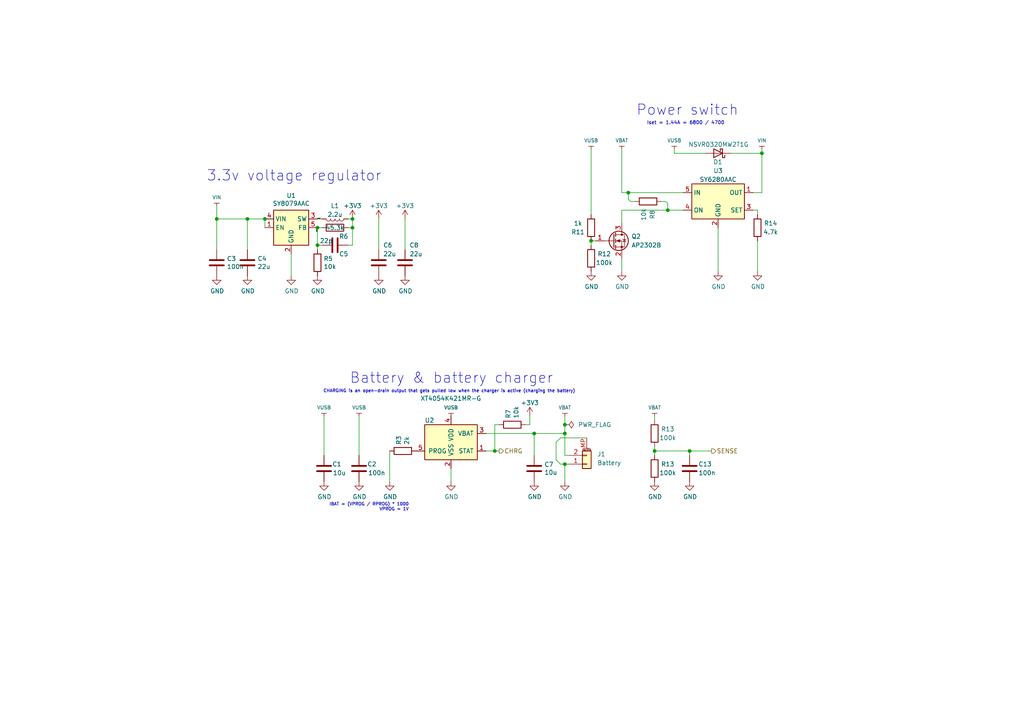
<source format=kicad_sch>
(kicad_sch (version 20230819) (generator eeschema)
  (paper "A4")
  (title_block (title "HackerHotel 2024 badge") (date "2023-08-30") (rev "1") (company "Nicolai Electronics") (comment 1 "License: CERN Open Hardware Licence Version 2 - Permissive"))
  (lib_symbols
    (symbol "symbols2:+3.3V" (power) (pin_names (offset 0))
      (property "Value" "+3.3V" (at 0 3.556 0))
      (symbol "+3.3V_0_1"
        (polyline (pts (xy -0.762 1.27) (xy 0 2.54)))
        (polyline (pts (xy 0 0) (xy 0 2.54)))
        (polyline (pts (xy 0 2.54) (xy 0.762 1.27)))
      )
      (symbol "+3.3V_1_1"
        (pin power_in line (at 0 0 90) (length 0) hide (name "+3.3V") (number "1"))
      )
    )
    (symbol "symbols2:GND" (power) (pin_names (offset 0))
      (property "Value" "GND" (at 0 -3.81 0))
      (symbol "GND_0_1"
        (polyline (pts (xy 0 0) (xy 0 -1.27) (xy 1.27 -1.27) (xy 0 -2.54) (xy -1.27 -1.27) (xy 0 -1.27)))
      )
      (symbol "GND_1_1"
        (pin power_in line (at 0 0 270) (length 0) hide (name "GND") (number "1"))
      )
    )
    (symbol "symbols2:PWR_FLAG" (power) (pin_numbers hide) (pin_names (offset 0) hide)
      (property "Value" "PWR_FLAG" (at 0 5.08 0))
      (symbol "PWR_FLAG_0_0"
        (pin power_out line (at 0 0 90) (length 0) (name "pwr") (number "1"))
      )
      (symbol "PWR_FLAG_0_1"
        (polyline (pts (xy 0 0) (xy 0 1.27) (xy -1.016 1.905) (xy 0 2.54) (xy 1.016 1.905) (xy 0 1.27)))
      )
    )
    (symbol "symbols2:VBAT-powersyms" (power) (pin_numbers hide) (pin_names (offset 0) hide)
      (property "Value" "VBAT-powersyms" (at 0 1.524 0))
      (symbol "VBAT-powersyms_0_1"
        (polyline (pts (xy -0.762 0.762) (xy 0.762 0.762)))
        (polyline (pts (xy 0 0) (xy 0 0.762)))
      )
      (symbol "VBAT-powersyms_1_1"
        (pin power_in line (at 0 0 90) (length 0) hide (name "VBAT") (number "1"))
      )
    )
    (symbol "symbols2:VIN-vin" (power) (pin_numbers hide) (pin_names (offset 0) hide)
      (property "Value" "VIN-vin" (at 0 1.524 0))
      (symbol "VIN-vin_0_1"
        (polyline (pts (xy -0.762 0.762) (xy 0.762 0.762)))
        (polyline (pts (xy 0 0) (xy 0 0.762)))
      )
      (symbol "VIN-vin_1_1"
        (pin power_in line (at 0 0 90) (length 0) hide (name "VIN") (number "1"))
      )
    )
    (symbol "symbols2:VUSB-vusb" (power) (pin_numbers hide) (pin_names (offset 0) hide)
      (property "Value" "VUSB-vusb" (at 0 1.524 0))
      (symbol "VUSB-vusb_0_1"
        (polyline (pts (xy -0.762 0.762) (xy 0.762 0.762)))
        (polyline (pts (xy 0 0) (xy 0 0.762)))
      )
      (symbol "VUSB-vusb_1_1"
        (pin power_in line (at 0 0 90) (length 0) hide (name "VUSB") (number "1"))
      )
    )
    (symbol "symbols:AAT4610BIGV-1-T1-Power_Management"
      (property "Reference" "U" (at -6.35 -6.35 0))
      (property "Value" "AAT4610BIGV-1-T1-Power_Management" (at 0 6.35 0))
      (symbol "AAT4610BIGV-1-T1-Power_Management_0_1"
        (rectangle (start -7.62 5.08) (end 7.62 -5.08) (stroke (width 0.254)) (fill (type background)))
      )
      (symbol "AAT4610BIGV-1-T1-Power_Management_1_1"
        (pin power_out line (at 10.16 2.54 180) (length 2.54) (name "OUT") (number "1"))
        (pin power_in line (at 0 -7.62 90) (length 2.54) (name "GND") (number "2"))
        (pin passive line (at 10.16 -2.54 180) (length 2.54) (name "SET") (number "3"))
        (pin input line (at -10.16 -2.54 0) (length 2.54) (name "ON") (number "4"))
        (pin power_in line (at -10.16 2.54 0) (length 2.54) (name "IN") (number "5"))
      )
    )
    (symbol "symbols:C" (pin_numbers hide) (pin_names (offset 0.254))
      (property "Reference" "C" (at 0.635 2.54 0))
      (property "Value" "C" (at 0.635 -2.54 0))
      (symbol "C_0_1"
        (polyline (pts (xy -2.032 -0.762) (xy 2.032 -0.762)) (stroke (width 0.508)))
        (polyline (pts (xy -2.032 0.762) (xy 2.032 0.762)) (stroke (width 0.508)))
      )
      (symbol "C_1_1"
        (pin passive line (at 0 3.81 270) (length 2.794) (name "~") (number "1"))
        (pin passive line (at 0 -3.81 90) (length 2.794) (name "~") (number "2"))
      )
    )
    (symbol "symbols:Conn_01x02_MountingPin" (pin_names (offset 1.016) hide)
      (property "Reference" "J" (at 0 2.54 0))
      (property "Value" "Conn_01x02_MountingPin" (at 1.27 -5.08 0))
      (symbol "Conn_01x02_MountingPin_1_1"
        (rectangle (start -1.27 -2.413) (end 0 -2.667) (stroke (width 0.1524)))
        (rectangle (start -1.27 0.127) (end 0 -0.127) (stroke (width 0.1524)))
        (rectangle (start -1.27 1.27) (end 1.27 -3.81) (stroke (width 0.254)) (fill (type background)))
        (polyline (pts (xy -1.016 -4.572) (xy 1.016 -4.572)) (stroke (width 0.1524)))
        (text "Mounting" (at 0 -4.191 0) (effects (font (size 0.381 0.381))))
        (pin passive line (at -5.08 0 0) (length 3.81) (name "Pin_1") (number "1"))
        (pin passive line (at -5.08 -2.54 0) (length 3.81) (name "Pin_2") (number "2"))
        (pin passive line (at 0 -7.62 90) (length 3.048) (name "MountPin") (number "MP"))
      )
    )
    (symbol "symbols:D_Schottky" (pin_numbers hide) (pin_names (offset 1.016) hide)
      (property "Reference" "D" (at 0 2.54 0))
      (property "Value" "D_Schottky" (at 0 -2.54 0))
      (symbol "D_Schottky_0_1"
        (polyline (pts (xy 1.27 0) (xy -1.27 0)))
        (polyline (pts (xy 1.27 1.27) (xy 1.27 -1.27) (xy -1.27 0) (xy 1.27 1.27)) (stroke (width 0.254)))
        (polyline (pts (xy -1.905 0.635) (xy -1.905 1.27) (xy -1.27 1.27) (xy -1.27 -1.27) (xy -0.635 -1.27) (xy -0.635 -0.635)) (stroke (width 0.254)))
      )
      (symbol "D_Schottky_1_1"
        (pin passive line (at -3.81 0 0) (length 2.54) (name "K") (number "1"))
        (pin passive line (at 3.81 0 180) (length 2.54) (name "A") (number "2"))
      )
    )
    (symbol "symbols:L" (pin_numbers hide) (pin_names (offset 1.016) hide)
      (property "Reference" "L" (at -1.27 0 90))
      (property "Value" "L" (at 1.905 0 90))
      (symbol "L_0_1"
        (arc (start 0 -2.54) (mid 0.6323 -1.905) (end 0 -1.27))
        (arc (start 0 -1.27) (mid 0.6323 -0.635) (end 0 0))
        (arc (start 0 0) (mid 0.6323 0.635) (end 0 1.27))
        (arc (start 0 1.27) (mid 0.6323 1.905) (end 0 2.54))
      )
      (symbol "L_1_1"
        (pin passive line (at 0 3.81 270) (length 1.27) (name "1") (number "1"))
        (pin passive line (at 0 -3.81 90) (length 1.27) (name "2") (number "2"))
      )
    )
    (symbol "symbols:MCP73831-2-OT-Battery_Management" (pin_names (offset 1.016))
      (property "Reference" "U" (at -7.62 6.35 0))
      (property "Value" "MCP73831-2-OT-Battery_Management" (at 1.27 6.35 0))
      (symbol "MCP73831-2-OT-Battery_Management_0_1"
        (rectangle (start -7.62 5.08) (end 7.62 -5.08) (stroke (width 0.254)) (fill (type background)))
      )
      (symbol "MCP73831-2-OT-Battery_Management_1_1"
        (pin output line (at 10.16 -2.54 180) (length 2.54) (name "STAT") (number "1"))
        (pin power_in line (at 0 -7.62 90) (length 2.54) (name "VSS") (number "2"))
        (pin power_out line (at 10.16 2.54 180) (length 2.54) (name "VBAT") (number "3"))
        (pin power_in line (at 0 7.62 270) (length 2.54) (name "VDD") (number "4"))
        (pin input line (at -10.16 -2.54 0) (length 2.54) (name "PROG") (number "5"))
      )
    )
    (symbol "symbols:Q_NMOS_GSD" (pin_names (offset 0) hide)
      (property "Reference" "Q" (at 5.08 1.27 0))
      (property "Value" "Q_NMOS_GSD" (at 5.08 -1.27 0))
      (symbol "Q_NMOS_GSD_0_1"
        (polyline (pts (xy 0.254 0) (xy -2.54 0)))
        (polyline (pts (xy 0.254 1.905) (xy 0.254 -1.905)) (stroke (width 0.254)))
        (polyline (pts (xy 0.762 -1.27) (xy 0.762 -2.286)) (stroke (width 0.254)))
        (polyline (pts (xy 0.762 0.508) (xy 0.762 -0.508)) (stroke (width 0.254)))
        (polyline (pts (xy 0.762 2.286) (xy 0.762 1.27)) (stroke (width 0.254)))
        (polyline (pts (xy 2.54 2.54) (xy 2.54 1.778)))
        (polyline (pts (xy 2.54 -2.54) (xy 2.54 0) (xy 0.762 0)))
        (polyline (pts (xy 0.762 -1.778) (xy 3.302 -1.778) (xy 3.302 1.778) (xy 0.762 1.778)))
        (polyline (pts (xy 1.016 0) (xy 2.032 0.381) (xy 2.032 -0.381) (xy 1.016 0)) (fill (type outline)))
        (polyline (pts (xy 2.794 0.508) (xy 2.921 0.381) (xy 3.683 0.381) (xy 3.81 0.254)))
        (polyline (pts (xy 3.302 0.381) (xy 2.921 -0.254) (xy 3.683 -0.254) (xy 3.302 0.381)))
        (circle (center 1.651 0) (radius 2.794) (stroke (width 0.254)))
        (circle (center 2.54 -1.778) (radius 0.254) (fill (type outline)))
        (circle (center 2.54 1.778) (radius 0.254) (fill (type outline)))
      )
      (symbol "Q_NMOS_GSD_1_1"
        (pin input line (at -5.08 0 0) (length 2.54) (name "G") (number "1"))
        (pin passive line (at 2.54 -5.08 90) (length 2.54) (name "S") (number "2"))
        (pin passive line (at 2.54 5.08 270) (length 2.54) (name "D") (number "3"))
      )
    )
    (symbol "symbols:R" (pin_numbers hide) (pin_names (offset 0))
      (property "Reference" "R" (at 2.032 0 90))
      (property "Value" "R" (at 0 0 90))
      (symbol "R_0_1"
        (rectangle (start -1.016 -2.54) (end 1.016 2.54) (stroke (width 0.254)))
      )
      (symbol "R_1_1"
        (pin passive line (at 0 3.81 270) (length 1.27) (name "~") (number "1"))
        (pin passive line (at 0 -3.81 90) (length 1.27) (name "~") (number "2"))
      )
    )
    (symbol "symbols:TLV62568DBV-Regulator_Switching"
      (property "Reference" "U" (at -5.08 6.35 0))
      (property "Value" "TLV62568DBV-Regulator_Switching" (at 0 6.35 0))
      (symbol "TLV62568DBV-Regulator_Switching_0_1"
        (rectangle (start -5.08 5.08) (end 5.08 -5.08) (stroke (width 0.254)) (fill (type background)))
      )
      (symbol "TLV62568DBV-Regulator_Switching_1_1"
        (pin input line (at -7.62 0 0) (length 2.54) (name "EN") (number "1"))
        (pin power_in line (at 0 -7.62 90) (length 2.54) (name "GND") (number "2"))
        (pin power_out line (at 7.62 2.54 180) (length 2.54) (name "SW") (number "3"))
        (pin power_in line (at -7.62 2.54 0) (length 2.54) (name "VIN") (number "4"))
        (pin input line (at 7.62 0 180) (length 2.54) (name "FB") (number "5"))
      )
    )
  )
  (junction (at 163.83 125.73))
  (junction (at 163.83 134.62))
  (junction (at 62.865 63.5))
  (junction (at 189.865 130.81))
  (junction (at 71.755 63.5))
  (junction (at 92.075 71.12))
  (junction (at 76.835 63.5))
  (junction (at 171.45 69.85))
  (junction (at 92.075 66.04))
  (junction (at 102.235 63.5))
  (junction (at 200.025 130.81))
  (junction (at 154.94 125.73))
  (junction (at 102.235 66.04))
  (junction (at 143.51 130.81))
  (junction (at 193.675 60.96))
  (junction (at 220.98 44.45))
  (junction (at 182.245 55.88))
  (junction (at 163.83 123.19))
  (wire (pts (xy 100.965 71.12) (xy 102.235 71.12)))
  (wire (pts (xy 208.28 66.04) (xy 208.28 78.74)))
  (wire (pts (xy 102.235 63.5) (xy 100.965 63.5)))
  (wire (pts (xy 154.94 125.73) (xy 163.83 125.73)))
  (wire (pts (xy 182.88 58.42) (xy 182.245 57.785)))
  (wire (pts (xy 195.58 43.18) (xy 195.58 44.45)))
  (wire (pts (xy 195.58 44.45) (xy 204.47 44.45)))
  (wire (pts (xy 92.075 72.39) (xy 92.075 71.12)))
  (wire (pts (xy 163.83 120.65) (xy 163.83 123.19)))
  (wire (pts (xy 161.29 133.35) (xy 162.56 134.62)))
  (wire (pts (xy 189.865 130.81) (xy 200.025 130.81)))
  (wire (pts (xy 113.03 130.81) (xy 113.03 139.7)))
  (wire (pts (xy 109.855 63.5) (xy 109.855 72.39)))
  (wire (pts (xy 143.51 130.81) (xy 144.78 130.81)))
  (wire (pts (xy 200.025 130.81) (xy 200.025 132.08)))
  (wire (pts (xy 193.675 59.055) (xy 193.675 60.96)))
  (wire (pts (xy 71.755 63.5) (xy 76.835 63.5)))
  (wire (pts (xy 92.075 71.12) (xy 92.075 66.04)))
  (wire (pts (xy 180.34 55.88) (xy 182.245 55.88)))
  (wire (pts (xy 220.98 44.45) (xy 220.98 55.88)))
  (wire (pts (xy 153.67 120.65) (xy 153.67 123.19)))
  (wire (pts (xy 165.1 134.62) (xy 163.83 134.62)))
  (wire (pts (xy 182.88 58.42) (xy 184.15 58.42)))
  (wire (pts (xy 172.72 69.85) (xy 171.45 69.85)))
  (wire (pts (xy 130.81 135.89) (xy 130.81 139.7)))
  (wire (pts (xy 62.865 63.5) (xy 71.755 63.5)))
  (wire (pts (xy 102.235 66.04) (xy 100.965 66.04)))
  (wire (pts (xy 154.94 132.08) (xy 154.94 125.73)))
  (wire (pts (xy 212.09 44.45) (xy 220.98 44.45)))
  (wire (pts (xy 163.83 123.19) (xy 163.83 125.73)))
  (wire (pts (xy 93.98 132.08) (xy 93.98 120.65)))
  (wire (pts (xy 189.865 129.54) (xy 189.865 130.81)))
  (wire (pts (xy 171.45 43.18) (xy 171.45 62.23)))
  (wire (pts (xy 219.71 69.85) (xy 219.71 78.74)))
  (wire (pts (xy 193.04 58.42) (xy 193.675 59.055)))
  (wire (pts (xy 189.865 130.81) (xy 189.865 132.08)))
  (wire (pts (xy 163.83 125.73) (xy 163.83 132.08)))
  (wire (pts (xy 189.865 120.65) (xy 189.865 121.92)))
  (wire (pts (xy 220.98 44.45) (xy 220.98 43.18)))
  (wire (pts (xy 191.77 58.42) (xy 193.04 58.42)))
  (wire (pts (xy 102.235 71.12) (xy 102.235 66.04)))
  (wire (pts (xy 161.29 128.27) (xy 161.29 133.35)))
  (wire (pts (xy 143.51 130.81) (xy 140.97 130.81)))
  (wire (pts (xy 71.755 72.39) (xy 71.755 63.5)))
  (wire (pts (xy 92.075 66.04) (xy 93.345 66.04)))
  (wire (pts (xy 219.71 60.96) (xy 218.44 60.96)))
  (wire (pts (xy 171.45 69.85) (xy 171.45 71.12)))
  (wire (pts (xy 62.865 63.5) (xy 62.865 72.39)))
  (wire (pts (xy 162.56 127) (xy 161.29 128.27)))
  (wire (pts (xy 93.345 71.12) (xy 92.075 71.12)))
  (wire (pts (xy 180.34 43.18) (xy 180.34 55.88)))
  (wire (pts (xy 193.675 60.96) (xy 198.12 60.96)))
  (wire (pts (xy 104.14 132.08) (xy 104.14 120.65)))
  (wire (pts (xy 162.56 134.62) (xy 163.83 134.62)))
  (wire (pts (xy 102.235 66.04) (xy 102.235 63.5)))
  (wire (pts (xy 144.78 123.19) (xy 143.51 123.19)))
  (wire (pts (xy 180.34 60.96) (xy 180.34 64.77)))
  (wire (pts (xy 218.44 55.88) (xy 220.98 55.88)))
  (wire (pts (xy 76.835 66.04) (xy 76.835 63.5)))
  (wire (pts (xy 182.245 55.88) (xy 198.12 55.88)))
  (wire (pts (xy 153.67 123.19) (xy 152.4 123.19)))
  (wire (pts (xy 182.245 55.88) (xy 182.245 57.785)))
  (wire (pts (xy 219.71 62.23) (xy 219.71 60.96)))
  (wire (pts (xy 84.455 73.66) (xy 84.455 80.01)))
  (wire (pts (xy 143.51 123.19) (xy 143.51 130.81)))
  (wire (pts (xy 92.075 63.5) (xy 93.345 63.5)))
  (wire (pts (xy 170.18 127) (xy 162.56 127)))
  (wire (pts (xy 180.34 60.96) (xy 193.675 60.96)))
  (wire (pts (xy 163.83 132.08) (xy 165.1 132.08)))
  (wire (pts (xy 140.97 125.73) (xy 154.94 125.73)))
  (wire (pts (xy 163.83 134.62) (xy 163.83 139.7)))
  (wire (pts (xy 200.025 130.81) (xy 206.375 130.81)))
  (wire (pts (xy 180.34 74.93) (xy 180.34 78.74)))
  (wire (pts (xy 117.475 72.39) (xy 117.475 63.5)))
  (wire (pts (xy 62.865 59.69) (xy 62.865 63.5)))
  (text "CHARGING is an open-drain output that gets pulled low when the charger is active (charging the battery)" (at 166.878 114.046 0) (effects (font (size 0.889 0.889)) (justify right bottom)))
  (text "Power switch" (at 214.249 33.782 0) (effects (font (size 2.9972 2.9972)) (justify right bottom)))
  (text "Battery & battery charger" (at 160.528 111.506 0) (effects (font (size 2.9972 2.9972)) (justify right bottom)))
  (text "3.3v voltage regulator" (at 110.744 52.832 0) (effects (font (size 2.9972 2.9972)) (justify right bottom)))
  (text "IBAT = (VPROG / RPROG) * 1000\nVPROG = 1V\n" (at 118.618 148.336 0) (effects (font (size 0.889 0.889)) (justify right bottom)))
  (text "Iset = 1.44A = 6800 / 4700" (at 187.579 36.322 0) (effects (font (size 0.9906 0.9906)) (justify left bottom)))
  (label "SW33" (at 92.075 63.5 0) (effects (font (size 0.2032 0.2032))))
  (label "FB33" (at 92.075 67.31 90) (effects (font (size 0.2032 0.2032))))
  (hierarchical_label "SENSE" (shape output) (at 206.375 130.81 0))
  (hierarchical_label "CHRG" (shape output) (at 144.78 130.81 0))
  (symbol (lib_id "symbols2:VIN-vin") (at 62.865 59.69 0) (unit 1)
    (property "Reference" "#PWR0115" (effects hide))
    (property "Value" "VIN" (at 62.865 57.2516 0) (effects (font (size 1.016 1.016))))
    (instances (project "hh2024" (path "" (reference "#PWR0115") (unit 1)) (path "" (reference "#PWR030") (unit 1))))
  )
  (symbol (lib_id "symbols:C") (at 200.025 135.89 0) (unit 1)
    (property "Reference" "C13" (at 202.565 134.62 0) (effects (justify left)))
    (property "Value" "100n" (at 202.565 137.16 0) (effects (justify left)))
    (property "Footprint" "Capacitor_SMD:C_0805_2012Metric" (effects hide))
    (property "Datasheet" "https://datasheet.lcsc.com/lcsc/2304140030_Samsung-Electro-Mechanics-CL05B104KB54PNC_C307331.pdf" (effects hide))
    (property "LCSC" "C307331" (effects hide))
  )
  (symbol (lib_id "symbols:C") (at 104.14 135.89 180) (unit 1)
    (property "Reference" "C2" (at 109.22 134.62 0) (effects (justify left)))
    (property "Value" "100n" (at 111.76 137.16 0) (effects (justify left)))
    (property "Footprint" "Capacitor_SMD:C_0805_2012Metric" (effects hide))
    (property "Datasheet" "https://datasheet.lcsc.com/lcsc/2304140030_Samsung-Electro-Mechanics-CL05B104KB54PNC_C307331.pdf" (effects hide))
    (property "LCSC" "C307331" (effects hide))
    (instances (project "hh2024" (path "" (reference "C2") (unit 1)) (path "" (reference "C9") (unit 1))))
  )
  (symbol (lib_id "symbols2:GND") (at 84.455 80.01 0) (unit 1)
    (property "Reference" "#PWR0106" (effects hide))
    (property "Value" "GND" (at 84.582 84.4042 0))
    (property "Description" "Power symbol creates a global label with name \"GND\" , ground" (effects hide))
    (instances (project "hh2024" (path "" (reference "#PWR0106") (unit 1)) (path "" (reference "#PWR033") (unit 1))))
  )
  (symbol (lib_id "symbols2:+3.3V") (at 153.67 120.65 0) (unit 1)
    (property "Reference" "#PWR0132" (effects hide))
    (property "Value" "+3V3" (at 153.67 116.84 0))
    (property "Description" "Power symbol creates a global label with name \"+3.3V\"" (effects hide))
    (instances (project "hh2024" (path "" (reference "#PWR0132") (unit 1)) (path "" (reference "#PWR047") (unit 1))))
  )
  (symbol (lib_id "symbols2:VIN-vin") (at 220.98 43.18 0) (unit 1)
    (property "Reference" "#PWR0141" (effects hide))
    (property "Value" "VIN" (at 220.98 40.7416 0) (effects (font (size 1.016 1.016))))
    (instances (project "hh2024" (path "" (reference "#PWR0141") (unit 1)) (path "" (reference "#PWR061") (unit 1))))
  )
  (symbol (lib_id "symbols2:VBAT-powersyms") (at 180.34 43.18 0) (unit 1)
    (property "Reference" "#PWR0139" (effects hide))
    (property "Value" "VBAT" (at 180.34 40.7416 0) (effects (font (size 1.016 1.016))))
    (instances (project "hh2024" (path "" (reference "#PWR0139") (unit 1)) (path "" (reference "#PWR053") (unit 1))))
  )
  (symbol (lib_id "symbols:Q_NMOS_GSD") (at 177.8 69.85 0) (unit 1)
    (property "Reference" "Q2" (at 183.134 68.5799 0) (effects (justify left)))
    (property "Value" "AP2302B" (at 183.134 71.1199 0) (effects (justify left)))
    (property "Footprint" "tanoshii:SOT-23" (effects hide))
    (property "Datasheet" "https://datasheet.lcsc.com/lcsc/1912111437_ALLPOWER-ShenZhen-Quan-Li-Semiconductor-AP2302B_C406812.pdf" (effects hide))
    (property "LCSC" "C406812" (effects hide))
    (instances (project "hh2024" (path "" (reference "Q2") (unit 1)) (path "" (reference "Q1") (unit 1))))
  )
  (symbol (lib_id "symbols2:GND") (at 71.755 80.01 0) (unit 1)
    (property "Reference" "#PWR0109" (effects hide))
    (property "Value" "GND" (at 71.882 84.4042 0))
    (property "Description" "Power symbol creates a global label with name \"GND\" , ground" (effects hide))
    (instances (project "hh2024" (path "" (reference "#PWR0109") (unit 1)) (path "" (reference "#PWR032") (unit 1))))
  )
  (symbol (lib_id "symbols2:GND") (at 109.855 80.01 0) (unit 1)
    (property "Reference" "#PWR0127" (effects hide))
    (property "Value" "GND" (at 109.982 84.4042 0))
    (property "Description" "Power symbol creates a global label with name \"GND\" , ground" (effects hide))
    (instances (project "hh2024" (path "" (reference "#PWR0127") (unit 1)) (path "" (reference "#PWR041") (unit 1))))
  )
  (symbol (lib_id "symbols:C") (at 109.855 76.2 0) (unit 1)
    (property "Reference" "C6" (at 111.125 71.12 0) (effects (justify left)))
    (property "Value" "22u" (at 111.125 73.66 0) (effects (justify left)))
    (property "Footprint" "Capacitor_SMD:C_0805_2012Metric" (effects hide))
    (property "Datasheet" "https://datasheet.lcsc.com/lcsc/2006102223_Samsung-Electro-Mechanics-CL21A226MAYNNNE_C602037.pdf" (effects hide))
    (property "LCSC" "C602037" (effects hide))
    (instances (project "hh2024" (path "" (reference "C6") (unit 1)) (path "" (reference "C10") (unit 1))))
  )
  (symbol (lib_id "symbols:AAT4610BIGV-1-T1-Power_Management") (at 208.28 58.42 0) (unit 1)
    (property "Reference" "U3" (at 208.28 49.53 0))
    (property "Value" "SY6280AAC" (at 208.28 52.07 0))
    (property "Footprint" "tanoshii:SOT-23-5" (effects hide))
    (property "Datasheet" "https://datasheet.lcsc.com/lcsc/1810121532_Silergy-Corp-SY6280AAC_C55136.pdf" (effects hide))
    (property "LCSC" "C55136" (effects hide))
    (instances (project "hh2024" (path "" (reference "U3") (unit 1)) (path "" (reference "U4") (unit 1))))
  )
  (symbol (lib_id "symbols2:+3.3V") (at 109.855 63.5 0) (unit 1)
    (property "Reference" "#PWR0128" (effects hide))
    (property "Value" "+3V3" (at 109.855 59.69 0))
    (property "Description" "Power symbol creates a global label with name \"+3.3V\"" (effects hide))
    (instances (project "hh2024" (path "" (reference "#PWR0128") (unit 1)) (path "" (reference "#PWR040") (unit 1))))
  )
  (symbol (lib_id "symbols2:VBAT-powersyms") (at 189.865 120.65 0) (unit 1)
    (property "Reference" "#PWR055" (effects hide))
    (property "Value" "VBAT" (at 189.865 118.2116 0) (effects (font (size 1.016 1.016))))
  )
  (symbol (lib_id "symbols2:PWR_FLAG") (at 163.83 123.19 270) (unit 1)
    (property "Reference" "#FLG02" (effects hide))
    (property "Value" "PWR_FLAG" (at 167.64 123.19 90) (effects (justify left)))
  )
  (symbol (lib_id "symbols:C") (at 97.155 71.12 270) (unit 1)
    (property "Reference" "C5" (at 99.695 73.66 90))
    (property "Value" "22p" (at 94.615 69.85 90))
    (property "Footprint" "Capacitor_SMD:C_0805_2012Metric" (effects hide))
    (property "Datasheet" "https://datasheet.lcsc.com/lcsc/1912111437_CCTC-TCC0402C0G220J500AT_C466226.pdf" (effects hide))
    (property "LCSC" "C466226" (effects hide))
    (instances (project "hh2024" (path "" (reference "C5") (unit 1)) (path "" (reference "C8") (unit 1))))
  )
  (symbol (lib_id "symbols2:GND") (at 117.475 80.01 0) (unit 1)
    (property "Reference" "#PWR0126" (effects hide))
    (property "Value" "GND" (at 117.602 84.4042 0))
    (property "Description" "Power symbol creates a global label with name \"GND\" , ground" (effects hide))
    (instances (project "hh2024" (path "" (reference "#PWR0126") (unit 1)) (path "" (reference "#PWR044") (unit 1))))
  )
  (symbol (lib_id "symbols2:+3.3V") (at 117.475 63.5 0) (unit 1)
    (property "Reference" "#PWR0129" (effects hide))
    (property "Value" "+3V3" (at 117.475 59.69 0))
    (property "Description" "Power symbol creates a global label with name \"+3.3V\"" (effects hide))
    (instances (project "hh2024" (path "" (reference "#PWR0129") (unit 1)) (path "" (reference "#PWR043") (unit 1))))
  )
  (symbol (lib_id "symbols2:GND") (at 163.83 139.7 0) (unit 1)
    (property "Reference" "#PWR0130" (effects hide))
    (property "Value" "GND" (at 163.957 144.0942 0))
    (property "Description" "Power symbol creates a global label with name \"GND\" , ground" (effects hide))
    (instances (project "hh2024" (path "" (reference "#PWR0130") (unit 1)) (path "" (reference "#PWR050") (unit 1))))
  )
  (symbol (lib_id "symbols:R") (at 171.45 66.04 0) (unit 1)
    (property "Reference" "R11" (at 167.64 67.31 0))
    (property "Value" "1k" (at 167.64 64.77 0))
    (property "Footprint" "Resistor_SMD:R_0805_2012Metric" (effects hide))
    (property "Datasheet" "https://datasheet.lcsc.com/lcsc/2205131800_VO-SCR0402J1K_C3017479.pdf" (effects hide))
    (property "LCSC" "C3017479" (effects hide))
    (instances (project "hh2024" (path "" (reference "R11") (unit 1)) (path "" (reference "R15") (unit 1))))
  )
  (symbol (lib_id "symbols2:GND") (at 208.28 78.74 0) (unit 1)
    (property "Reference" "#PWR0143" (effects hide))
    (property "Value" "GND" (at 208.407 83.1342 0))
    (property "Description" "Power symbol creates a global label with name \"GND\" , ground" (effects hide))
    (instances (project "hh2024" (path "" (reference "#PWR0143") (unit 1)) (path "" (reference "#PWR059") (unit 1))))
  )
  (symbol (lib_id "symbols2:GND") (at 130.81 139.7 0) (unit 1)
    (property "Reference" "#PWR0111" (effects hide))
    (property "Value" "GND" (at 130.937 144.0942 0))
    (property "Description" "Power symbol creates a global label with name \"GND\" , ground" (effects hide))
    (instances (project "hh2024" (path "" (reference "#PWR0111") (unit 1)) (path "" (reference "#PWR046") (unit 1))))
  )
  (symbol (lib_id "symbols2:GND") (at 200.025 139.7 0) (unit 1)
    (property "Reference" "#PWR058" (effects hide))
    (property "Value" "GND" (at 200.152 144.0942 0))
    (property "Description" "Power symbol creates a global label with name \"GND\" , ground" (effects hide))
  )
  (symbol (lib_id "symbols:R") (at 219.71 66.04 180) (unit 1)
    (property "Reference" "R14" (at 223.52 64.77 0))
    (property "Value" "4.7k" (at 223.52 67.31 0))
    (property "Footprint" "Resistor_SMD:R_0805_2012Metric" (effects hide))
    (property "Datasheet" "https://datasheet.lcsc.com/lcsc/2110260030_UNI-ROYAL-Uniroyal-Elec-0402WGF4701TCE_C25900.pdf" (effects hide))
    (property "LCSC" "C25900" (effects hide))
    (instances (project "hh2024" (path "" (reference "R14") (unit 1)) (path "" (reference "R20") (unit 1))))
  )
  (symbol (lib_id "symbols:R") (at 189.865 125.73 180) (unit 1)
    (property "Reference" "R13" (at 193.675 124.46 0))
    (property "Value" "100k" (at 193.675 127 0))
    (property "Footprint" "Resistor_SMD:R_0805_2012Metric" (effects hide))
    (property "Datasheet" "https://datasheet.lcsc.com/lcsc/2110260030_UNI-ROYAL-Uniroyal-Elec-0402WGF1003TCE_C25741.pdf" (effects hide))
    (property "LCSC" "C25741" (effects hide))
    (instances (project "hh2024" (path "" (reference "R13") (unit 1)) (path "" (reference "R18") (unit 1))))
  )
  (symbol (lib_id "symbols:TLV62568DBV-Regulator_Switching") (at 84.455 66.04 0) (unit 1)
    (property "Reference" "U1" (at 84.455 56.7182 0))
    (property "Value" "SY8079AAC" (at 84.455 59.0296 0))
    (property "Footprint" "tanoshii:SOT-23-5" (effects hide))
    (property "Datasheet" "https://datasheet.lcsc.com/lcsc/1809050356_Silergy-Corp-SY8079AAC_C133751.pdf" (effects hide))
    (property "LCSC" "C133751" (effects hide))
    (instances (project "hh2024" (path "" (reference "U1") (unit 1)) (path "" (reference "U2") (unit 1))))
  )
  (symbol (lib_id "symbols:R") (at 187.96 58.42 90) (unit 1)
    (property "Reference" "R8" (at 189.23 62.23 0))
    (property "Value" "10k" (at 186.69 62.23 0))
    (property "Footprint" "Resistor_SMD:R_0805_2012Metric" (effects hide))
    (property "Datasheet" "https://datasheet.lcsc.com/lcsc/2110260030_UNI-ROYAL-Uniroyal-Elec-0402WGF1002TCE_C25744.pdf" (effects hide))
    (property "LCSC" "C25744" (effects hide))
    (instances (project "hh2024" (path "" (reference "R8") (unit 1)) (path "" (reference "R17") (unit 1))))
  )
  (symbol (lib_id "symbols2:GND") (at 180.34 78.74 0) (unit 1)
    (property "Reference" "#PWR0138" (effects hide))
    (property "Value" "GND" (at 180.467 83.1342 0))
    (property "Description" "Power symbol creates a global label with name \"GND\" , ground" (effects hide))
    (instances (project "hh2024" (path "" (reference "#PWR0138") (unit 1)) (path "" (reference "#PWR054") (unit 1))))
  )
  (symbol (lib_id "symbols:C") (at 62.865 76.2 0) (unit 1)
    (property "Reference" "C3" (at 65.786 75.0316 0) (effects (justify left)))
    (property "Value" "100n" (at 65.786 77.343 0) (effects (justify left)))
    (property "Footprint" "Capacitor_SMD:C_0805_2012Metric" (effects hide))
    (property "Datasheet" "https://datasheet.lcsc.com/lcsc/2304140030_Samsung-Electro-Mechanics-CL05B104KB54PNC_C307331.pdf" (effects hide))
    (property "LCSC" "C307331" (effects hide))
    (instances (project "hh2024" (path "" (reference "C3") (unit 1)) (path "" (reference "C5") (unit 1))))
  )
  (symbol (lib_id "symbols:Conn_01x02_MountingPin") (at 170.18 134.62 0) (mirror x) (unit 1)
    (property "Reference" "J1" (at 173.228 131.7243 0) (effects (justify left)))
    (property "Value" "Battery" (at 173.228 134.2643 0) (effects (justify left)))
    (property "Footprint" "tanoshii:JST_S2B-ZR-SM4A-TF(LF)(SN)" (effects hide))
    (property "Datasheet" "https://datasheet.lcsc.com/lcsc/1912111437_JST-Sales-America-S2B-ZR-SM4A-TF-LF-SN_C265329.pdf" (effects hide))
    (property "LCSC" "C265329" (effects hide))
    (instances (project "hh2024" (path "" (reference "J1") (unit 1)) (path "" (reference "J5") (unit 1))))
  )
  (symbol (lib_id "symbols2:+3.3V") (at 102.235 63.5 0) (unit 1)
    (property "Reference" "#PWR0110" (effects hide))
    (property "Value" "+3V3" (at 102.235 59.69 0))
    (property "Description" "Power symbol creates a global label with name \"+3.3V\"" (effects hide))
    (instances (project "hh2024" (path "" (reference "#PWR0110") (unit 1)) (path "" (reference "#PWR037") (unit 1))))
  )
  (symbol (lib_id "symbols2:VUSB-vusb") (at 195.58 43.18 0) (unit 1)
    (property "Reference" "#PWR0140" (effects hide))
    (property "Value" "VUSB" (at 195.58 40.7416 0) (effects (font (size 1.016 1.016))))
    (instances (project "hh2024" (path "" (reference "#PWR0140") (unit 1)) (path "" (reference "#PWR057") (unit 1))))
  )
  (symbol (lib_id "symbols:R") (at 116.84 130.81 90) (unit 1)
    (property "Reference" "R3" (at 115.6716 129.032 0) (effects (justify left)))
    (property "Value" "2k" (at 117.983 129.032 0) (effects (justify left)))
    (property "Footprint" "Resistor_SMD:R_0805_2012Metric" (effects hide))
    (property "Datasheet" "https://datasheet.lcsc.com/lcsc/2205311845_UNI-ROYAL-Uniroyal-Elec-0402WGJ0202TCE_C25552.pdf" (effects hide))
    (property "LCSC" "C25552" (effects hide))
    (instances (project "hh2024" (path "" (reference "R3") (unit 1)) (path "" (reference "R13") (unit 1))))
  )
  (symbol (lib_id "symbols:C") (at 71.755 76.2 0) (unit 1)
    (property "Reference" "C4" (at 74.676 75.0316 0) (effects (justify left)))
    (property "Value" "22u" (at 74.676 77.343 0) (effects (justify left)))
    (property "Footprint" "Capacitor_SMD:C_0805_2012Metric" (effects hide))
    (property "Datasheet" "https://datasheet.lcsc.com/lcsc/2006102223_Samsung-Electro-Mechanics-CL21A226MAYNNNE_C602037.pdf" (effects hide))
    (property "LCSC" "C602037" (effects hide))
    (instances (project "hh2024" (path "" (reference "C4") (unit 1)) (path "" (reference "C6") (unit 1))))
  )
  (symbol (lib_id "symbols2:GND") (at 113.03 139.7 0) (unit 1)
    (property "Reference" "#PWR0112" (effects hide))
    (property "Value" "GND" (at 113.157 144.0942 0))
    (property "Description" "Power symbol creates a global label with name \"GND\" , ground" (effects hide))
    (instances (project "hh2024" (path "" (reference "#PWR0112") (unit 1)) (path "" (reference "#PWR042") (unit 1))))
  )
  (symbol (lib_id "symbols2:VUSB-vusb") (at 171.45 43.18 0) (unit 1)
    (property "Reference" "#PWR021" (effects hide))
    (property "Value" "VUSB" (at 171.45 40.7416 0) (effects (font (size 1.016 1.016))))
    (instances (project "hh2024" (path "" (reference "#PWR021") (unit 1)) (path "" (reference "#PWR051") (unit 1))))
  )
  (symbol (lib_id "symbols2:GND") (at 93.98 139.7 0) (unit 1)
    (property "Reference" "#PWR0113" (effects hide))
    (property "Value" "GND" (at 94.107 144.0942 0))
    (property "Description" "Power symbol creates a global label with name \"GND\" , ground" (effects hide))
    (instances (project "hh2024" (path "" (reference "#PWR0113") (unit 1)) (path "" (reference "#PWR036") (unit 1))))
  )
  (symbol (lib_id "symbols2:GND") (at 219.71 78.74 0) (unit 1)
    (property "Reference" "#PWR0142" (effects hide))
    (property "Value" "GND" (at 219.837 83.1342 0))
    (property "Description" "Power symbol creates a global label with name \"GND\" , ground" (effects hide))
    (instances (project "hh2024" (path "" (reference "#PWR0142") (unit 1)) (path "" (reference "#PWR060") (unit 1))))
  )
  (symbol (lib_id "symbols2:VUSB-vusb") (at 93.98 120.65 0) (unit 1)
    (property "Reference" "#PWR0135" (effects hide))
    (property "Value" "VUSB" (at 93.98 118.2116 0) (effects (font (size 1.016 1.016))))
    (instances (project "hh2024" (path "" (reference "#PWR0135") (unit 1)) (path "" (reference "#PWR035") (unit 1))))
  )
  (symbol (lib_id "symbols2:VUSB-vusb") (at 104.14 120.65 0) (unit 1)
    (property "Reference" "#PWR0134" (effects hide))
    (property "Value" "VUSB" (at 104.14 118.2116 0) (effects (font (size 1.016 1.016))))
    (instances (project "hh2024" (path "" (reference "#PWR0134") (unit 1)) (path "" (reference "#PWR038") (unit 1))))
  )
  (symbol (lib_id "symbols:R") (at 97.155 66.04 270) (unit 1)
    (property "Reference" "R6" (at 99.695 68.58 90))
    (property "Value" "45.3k" (at 97.155 66.04 90))
    (property "Footprint" "Resistor_SMD:R_0805_2012Metric" (effects hide))
    (property "Datasheet" "https://datasheet.lcsc.com/lcsc/2110260130_UNI-ROYAL-Uniroyal-Elec-0402WGF4532TCE_C26980.pdf" (effects hide))
    (property "LCSC" "C26980" (effects hide))
    (instances (project "hh2024" (path "" (reference "R6") (unit 1)) (path "" (reference "R12") (unit 1))))
  )
  (symbol (lib_id "symbols2:VBAT-powersyms") (at 163.83 120.65 0) (unit 1)
    (property "Reference" "#PWR0133" (effects hide))
    (property "Value" "VBAT" (at 163.83 118.2116 0) (effects (font (size 1.016 1.016))))
    (instances (project "hh2024" (path "" (reference "#PWR0133") (unit 1)) (path "" (reference "#PWR049") (unit 1))))
  )
  (symbol (lib_id "symbols:C") (at 154.94 135.89 0) (unit 1)
    (property "Reference" "C7" (at 157.861 134.7216 0) (effects (justify left)))
    (property "Value" "10u" (at 157.861 137.033 0) (effects (justify left)))
    (property "Footprint" "Capacitor_SMD:C_0805_2012Metric" (effects hide))
    (property "Datasheet" "https://datasheet.lcsc.com/lcsc/2208231630_Samsung-Electro-Mechanics-CL05A106MQ5NUNC_C15525.pdf" (effects hide))
    (property "LCSC" "C15525" (effects hide))
    (instances (project "hh2024" (path "" (reference "C7") (unit 1)) (path "" (reference "C12") (unit 1))))
  )
  (symbol (lib_id "symbols2:VUSB-vusb") (at 130.81 120.65 0) (unit 1)
    (property "Reference" "#PWR0136" (effects hide))
    (property "Value" "VUSB" (at 130.81 118.2116 0) (effects (font (size 1.016 1.016))))
    (instances (project "hh2024" (path "" (reference "#PWR0136") (unit 1)) (path "" (reference "#PWR045") (unit 1))))
  )
  (symbol (lib_id "symbols:L") (at 97.155 63.5 270) (unit 1)
    (property "Reference" "L1" (at 97.155 59.69 90))
    (property "Value" "2.2u" (at 97.155 62.23 90))
    (property "Footprint" "tanoshii:Inductor_MSC20FC" (effects hide))
    (property "Datasheet" "https://datasheet.lcsc.com/lcsc/1912111437_PSA-Prosperity-Dielectrics-MCS20FC-2R2MHC_C375944.pdf" (effects hide))
    (property "LCSC" "C375944" (effects hide))
  )
  (symbol (lib_id "symbols2:GND") (at 62.865 80.01 0) (unit 1)
    (property "Reference" "#PWR0108" (effects hide))
    (property "Value" "GND" (at 62.992 84.4042 0))
    (property "Description" "Power symbol creates a global label with name \"GND\" , ground" (effects hide))
    (instances (project "hh2024" (path "" (reference "#PWR0108") (unit 1)) (path "" (reference "#PWR031") (unit 1))))
  )
  (symbol (lib_id "symbols2:GND") (at 189.865 139.7 0) (unit 1)
    (property "Reference" "#PWR056" (effects hide))
    (property "Value" "GND" (at 189.992 144.0942 0))
    (property "Description" "Power symbol creates a global label with name \"GND\" , ground" (effects hide))
  )
  (symbol (lib_id "symbols:C") (at 93.98 135.89 180) (unit 1)
    (property "Reference" "C1" (at 99.06 134.62 0) (effects (justify left)))
    (property "Value" "10u" (at 100.33 137.16 0) (effects (justify left)))
    (property "Footprint" "Capacitor_SMD:C_0805_2012Metric" (effects hide))
    (property "Datasheet" "https://datasheet.lcsc.com/lcsc/2208231630_Samsung-Electro-Mechanics-CL05A106MQ5NUNC_C15525.pdf" (effects hide))
    (property "LCSC" "C15525" (effects hide))
    (instances (project "hh2024" (path "" (reference "C1") (unit 1)) (path "" (reference "C7") (unit 1))))
  )
  (symbol (lib_id "symbols:D_Schottky") (at 208.28 44.45 180) (unit 1)
    (property "Reference" "D1" (at 209.55 46.99 0) (effects (justify left)))
    (property "Value" "NSVR0320MW2T1G" (at 217.17 41.91 0) (effects (justify left)))
    (property "Footprint" "tanoshii:D_SOD-323" (effects hide))
    (property "Datasheet" "https://datasheet.lcsc.com/lcsc/2210210130_onsemi-NSVR0320MW2T1G_C232573.pdf" (effects hide))
    (property "LCSC" "C232573" (effects hide))
  )
  (symbol (lib_id "symbols2:GND") (at 104.14 139.7 0) (unit 1)
    (property "Reference" "#PWR0114" (effects hide))
    (property "Value" "GND" (at 104.267 144.0942 0))
    (property "Description" "Power symbol creates a global label with name \"GND\" , ground" (effects hide))
    (instances (project "hh2024" (path "" (reference "#PWR0114") (unit 1)) (path "" (reference "#PWR039") (unit 1))))
  )
  (symbol (lib_id "symbols:R") (at 171.45 74.93 180) (unit 1)
    (property "Reference" "R12" (at 175.26 73.66 0))
    (property "Value" "100k" (at 175.26 76.2 0))
    (property "Footprint" "Resistor_SMD:R_0805_2012Metric" (effects hide))
    (property "Datasheet" "https://datasheet.lcsc.com/lcsc/2110260030_UNI-ROYAL-Uniroyal-Elec-0402WGF1003TCE_C25741.pdf" (effects hide))
    (property "LCSC" "C25741" (effects hide))
    (instances (project "hh2024" (path "" (reference "R12") (unit 1)) (path "" (reference "R16") (unit 1))))
  )
  (symbol (lib_id "symbols:C") (at 117.475 76.2 0) (unit 1)
    (property "Reference" "C8" (at 118.745 71.12 0) (effects (justify left)))
    (property "Value" "22u" (at 118.745 73.66 0) (effects (justify left)))
    (property "Footprint" "Capacitor_SMD:C_0805_2012Metric" (effects hide))
    (property "Datasheet" "https://datasheet.lcsc.com/lcsc/2006102223_Samsung-Electro-Mechanics-CL21A226MAYNNNE_C602037.pdf" (effects hide))
    (property "LCSC" "C602037" (effects hide))
    (instances (project "hh2024" (path "" (reference "C8") (unit 1)) (path "" (reference "C11") (unit 1))))
  )
  (symbol (lib_id "symbols:R") (at 92.075 76.2 0) (unit 1)
    (property "Reference" "R5" (at 93.853 75.0316 0) (effects (justify left)))
    (property "Value" "10k" (at 93.853 77.343 0) (effects (justify left)))
    (property "Footprint" "Resistor_SMD:R_0805_2012Metric" (effects hide))
    (property "Datasheet" "https://datasheet.lcsc.com/lcsc/2110260030_UNI-ROYAL-Uniroyal-Elec-0402WGF1002TCE_C25744.pdf" (effects hide))
    (property "LCSC" "C25744" (effects hide))
    (instances (project "hh2024" (path "" (reference "R5") (unit 1)) (path "" (reference "R11") (unit 1))))
  )
  (symbol (lib_id "symbols:R") (at 148.59 123.19 90) (unit 1)
    (property "Reference" "R7" (at 147.4216 121.412 0) (effects (justify left)))
    (property "Value" "10k" (at 149.733 121.412 0) (effects (justify left)))
    (property "Footprint" "Resistor_SMD:R_0805_2012Metric" (effects hide))
    (property "Datasheet" "https://datasheet.lcsc.com/lcsc/2110260030_UNI-ROYAL-Uniroyal-Elec-0402WGF1002TCE_C25744.pdf" (effects hide))
    (property "LCSC" "C25744" (effects hide))
    (instances (project "hh2024" (path "" (reference "R7") (unit 1)) (path "" (reference "R14") (unit 1))))
  )
  (symbol (lib_id "symbols2:GND") (at 92.075 80.01 0) (unit 1)
    (property "Reference" "#PWR0107" (effects hide))
    (property "Value" "GND" (at 92.202 84.4042 0))
    (property "Description" "Power symbol creates a global label with name \"GND\" , ground" (effects hide))
    (instances (project "hh2024" (path "" (reference "#PWR0107") (unit 1)) (path "" (reference "#PWR034") (unit 1))))
  )
  (symbol (lib_id "symbols:R") (at 189.865 135.89 180) (unit 1)
    (property "Reference" "R13" (at 193.675 134.62 0))
    (property "Value" "100k" (at 193.675 137.16 0))
    (property "Footprint" "Resistor_SMD:R_0805_2012Metric" (effects hide))
    (property "Datasheet" "https://datasheet.lcsc.com/lcsc/2110260030_UNI-ROYAL-Uniroyal-Elec-0402WGF1003TCE_C25741.pdf" (effects hide))
    (property "LCSC" "C25741" (effects hide))
    (instances (project "hh2024" (path "" (reference "R13") (unit 1)) (path "" (reference "R19") (unit 1))))
  )
  (symbol (lib_id "symbols2:GND") (at 154.94 139.7 0) (unit 1)
    (property "Reference" "#PWR0131" (effects hide))
    (property "Value" "GND" (at 155.067 144.0942 0))
    (property "Description" "Power symbol creates a global label with name \"GND\" , ground" (effects hide))
    (instances (project "hh2024" (path "" (reference "#PWR0131") (unit 1)) (path "" (reference "#PWR048") (unit 1))))
  )
  (symbol (lib_id "symbols2:GND") (at 171.45 78.74 0) (unit 1)
    (property "Reference" "#PWR0118" (effects hide))
    (property "Value" "GND" (at 171.577 83.1342 0))
    (property "Description" "Power symbol creates a global label with name \"GND\" , ground" (effects hide))
    (instances (project "hh2024" (path "" (reference "#PWR0118") (unit 1)) (path "" (reference "#PWR052") (unit 1))))
  )
  (symbol (lib_id "symbols:MCP73831-2-OT-Battery_Management") (at 130.81 128.27 0) (unit 1)
    (property "Reference" "U2" (at 123.19 121.92 0) (effects (justify left)))
    (property "Value" "XT4054K421MR-G" (at 121.92 115.57 0) (effects (justify left)))
    (property "Footprint" "tanoshii:SOT-23-5" (effects hide))
    (property "Datasheet" "https://datasheet.lcsc.com/lcsc/1811010913_NATLINEAR-XT4054K421MR-G_C141405.pdf" (effects hide))
    (property "LCSC" "C141405" (effects hide))
    (instances (project "hh2024" (path "" (reference "U2") (unit 1)) (path "" (reference "U3") (unit 1))))
  )
)
</source>
